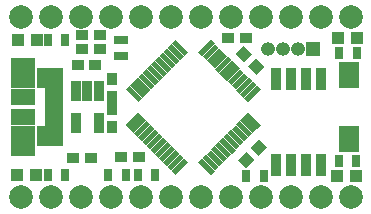
<source format=gbr>
G04 #@! TF.FileFunction,Soldermask,Top*
%FSLAX46Y46*%
G04 Gerber Fmt 4.6, Leading zero omitted, Abs format (unit mm)*
G04 Created by KiCad (PCBNEW 4.0.7) date 2017 December 25, Monday 22:32:58*
%MOMM*%
%LPD*%
G01*
G04 APERTURE LIST*
%ADD10C,0.100000*%
%ADD11R,1.200000X1.200000*%
%ADD12O,1.200000X1.200000*%
%ADD13R,1.000000X0.950000*%
%ADD14R,0.850000X1.760000*%
%ADD15R,0.950000X1.000000*%
%ADD16C,2.000000*%
%ADD17R,0.700000X1.100000*%
%ADD18R,1.580000X0.650000*%
%ADD19R,2.300000X1.675000*%
%ADD20R,2.100000X2.575000*%
%ADD21R,2.100000X1.375000*%
%ADD22R,1.800000X2.200000*%
%ADD23R,1.000000X1.000000*%
%ADD24R,1.300000X0.800000*%
%ADD25R,0.850000X1.900000*%
G04 APERTURE END LIST*
D10*
D11*
X144526000Y-99568000D03*
D12*
X143256000Y-99568000D03*
X141986000Y-99568000D03*
X140716000Y-99568000D03*
D13*
X128294000Y-108712000D03*
X129794000Y-108712000D03*
D10*
G36*
X139971678Y-107260571D02*
X140643429Y-107932322D01*
X139936322Y-108639429D01*
X139264571Y-107967678D01*
X139971678Y-107260571D01*
X139971678Y-107260571D01*
G37*
G36*
X138911018Y-108321231D02*
X139582769Y-108992982D01*
X138875662Y-109700089D01*
X138203911Y-109028338D01*
X138911018Y-108321231D01*
X138911018Y-108321231D01*
G37*
D14*
X126360000Y-103171000D03*
X125410000Y-103171000D03*
X124460000Y-103171000D03*
X124460000Y-105871000D03*
X126360000Y-105871000D03*
D15*
X127508000Y-106172000D03*
X127508000Y-104672000D03*
D16*
X119761000Y-112141000D03*
X122301000Y-112141000D03*
X124841000Y-112141000D03*
X127381000Y-112141000D03*
X129921000Y-112141000D03*
X132461000Y-112141000D03*
X135001000Y-112141000D03*
X137541000Y-112141000D03*
X140081000Y-112141000D03*
X142621000Y-112141000D03*
X145161000Y-112141000D03*
X147701000Y-112141000D03*
X147701000Y-96901000D03*
X145161000Y-96901000D03*
X142621000Y-96901000D03*
X140081000Y-96901000D03*
X137541000Y-96901000D03*
X135001000Y-96901000D03*
X132461000Y-96901000D03*
X129921000Y-96901000D03*
X127381000Y-96901000D03*
X124841000Y-96901000D03*
X122301000Y-96901000D03*
X119761000Y-96901000D03*
D13*
X137311000Y-98679000D03*
X138811000Y-98679000D03*
D10*
G36*
X137949911Y-100013662D02*
X138621662Y-99341911D01*
X139328769Y-100049018D01*
X138657018Y-100720769D01*
X137949911Y-100013662D01*
X137949911Y-100013662D01*
G37*
G36*
X139010571Y-101074322D02*
X139682322Y-100402571D01*
X140389429Y-101109678D01*
X139717678Y-101781429D01*
X139010571Y-101074322D01*
X139010571Y-101074322D01*
G37*
D13*
X124587000Y-100965000D03*
X126087000Y-100965000D03*
D17*
X123547000Y-98806000D03*
X122047000Y-98806000D03*
D13*
X124992000Y-98425000D03*
X126492000Y-98425000D03*
D15*
X127508000Y-102132000D03*
X127508000Y-103632000D03*
D13*
X125706000Y-108839000D03*
X124206000Y-108839000D03*
D17*
X127151000Y-110236000D03*
X128651000Y-110236000D03*
D18*
X122611500Y-103221000D03*
X122611500Y-103871000D03*
X122611500Y-104521000D03*
X122611500Y-105171000D03*
X122611500Y-105821000D03*
D19*
X122251500Y-102058500D03*
X122251500Y-106983500D03*
D20*
X119951500Y-101611000D03*
X119951500Y-107431000D03*
D21*
X119951500Y-103681000D03*
X119951500Y-105361000D03*
D22*
X147574000Y-101821000D03*
X147574000Y-107221000D03*
D23*
X121107000Y-98806000D03*
X119507000Y-98806000D03*
D17*
X131167000Y-110236000D03*
X129667000Y-110236000D03*
X123547000Y-110236000D03*
X122047000Y-110236000D03*
D13*
X124992000Y-99568000D03*
X126492000Y-99568000D03*
D23*
X121069000Y-110236000D03*
X119469000Y-110236000D03*
D24*
X128270000Y-98803000D03*
X128270000Y-100203000D03*
D23*
X148209000Y-98679000D03*
X146609000Y-98679000D03*
X148158000Y-110363000D03*
X146558000Y-110363000D03*
D10*
G36*
X132549849Y-99129311D02*
X132868047Y-98811113D01*
X133928707Y-99871773D01*
X133610509Y-100189971D01*
X132549849Y-99129311D01*
X132549849Y-99129311D01*
G37*
G36*
X132196296Y-99482864D02*
X132514494Y-99164666D01*
X133575154Y-100225326D01*
X133256956Y-100543524D01*
X132196296Y-99482864D01*
X132196296Y-99482864D01*
G37*
G36*
X131842742Y-99836418D02*
X132160940Y-99518220D01*
X133221600Y-100578880D01*
X132903402Y-100897078D01*
X131842742Y-99836418D01*
X131842742Y-99836418D01*
G37*
G36*
X131489189Y-100189971D02*
X131807387Y-99871773D01*
X132868047Y-100932433D01*
X132549849Y-101250631D01*
X131489189Y-100189971D01*
X131489189Y-100189971D01*
G37*
G36*
X131135636Y-100543524D02*
X131453834Y-100225326D01*
X132514494Y-101285986D01*
X132196296Y-101604184D01*
X131135636Y-100543524D01*
X131135636Y-100543524D01*
G37*
G36*
X130782082Y-100897078D02*
X131100280Y-100578880D01*
X132160940Y-101639540D01*
X131842742Y-101957738D01*
X130782082Y-100897078D01*
X130782082Y-100897078D01*
G37*
G36*
X130428529Y-101250631D02*
X130746727Y-100932433D01*
X131807387Y-101993093D01*
X131489189Y-102311291D01*
X130428529Y-101250631D01*
X130428529Y-101250631D01*
G37*
G36*
X130074975Y-101604185D02*
X130393173Y-101285987D01*
X131453833Y-102346647D01*
X131135635Y-102664845D01*
X130074975Y-101604185D01*
X130074975Y-101604185D01*
G37*
G36*
X129721422Y-101957738D02*
X130039620Y-101639540D01*
X131100280Y-102700200D01*
X130782082Y-103018398D01*
X129721422Y-101957738D01*
X129721422Y-101957738D01*
G37*
G36*
X129367869Y-102311291D02*
X129686067Y-101993093D01*
X130746727Y-103053753D01*
X130428529Y-103371951D01*
X129367869Y-102311291D01*
X129367869Y-102311291D01*
G37*
G36*
X129014315Y-102664845D02*
X129332513Y-102346647D01*
X130393173Y-103407307D01*
X130074975Y-103725505D01*
X129014315Y-102664845D01*
X129014315Y-102664845D01*
G37*
G36*
X128660762Y-103018398D02*
X128978960Y-102700200D01*
X130039620Y-103760860D01*
X129721422Y-104079058D01*
X128660762Y-103018398D01*
X128660762Y-103018398D01*
G37*
G36*
X128978960Y-106341800D02*
X128660762Y-106023602D01*
X129721422Y-104962942D01*
X130039620Y-105281140D01*
X128978960Y-106341800D01*
X128978960Y-106341800D01*
G37*
G36*
X129332513Y-106695353D02*
X129014315Y-106377155D01*
X130074975Y-105316495D01*
X130393173Y-105634693D01*
X129332513Y-106695353D01*
X129332513Y-106695353D01*
G37*
G36*
X129686067Y-107048907D02*
X129367869Y-106730709D01*
X130428529Y-105670049D01*
X130746727Y-105988247D01*
X129686067Y-107048907D01*
X129686067Y-107048907D01*
G37*
G36*
X130039620Y-107402460D02*
X129721422Y-107084262D01*
X130782082Y-106023602D01*
X131100280Y-106341800D01*
X130039620Y-107402460D01*
X130039620Y-107402460D01*
G37*
G36*
X130393173Y-107756013D02*
X130074975Y-107437815D01*
X131135635Y-106377155D01*
X131453833Y-106695353D01*
X130393173Y-107756013D01*
X130393173Y-107756013D01*
G37*
G36*
X130746727Y-108109567D02*
X130428529Y-107791369D01*
X131489189Y-106730709D01*
X131807387Y-107048907D01*
X130746727Y-108109567D01*
X130746727Y-108109567D01*
G37*
G36*
X131100280Y-108463120D02*
X130782082Y-108144922D01*
X131842742Y-107084262D01*
X132160940Y-107402460D01*
X131100280Y-108463120D01*
X131100280Y-108463120D01*
G37*
G36*
X131453834Y-108816674D02*
X131135636Y-108498476D01*
X132196296Y-107437816D01*
X132514494Y-107756014D01*
X131453834Y-108816674D01*
X131453834Y-108816674D01*
G37*
G36*
X131807387Y-109170227D02*
X131489189Y-108852029D01*
X132549849Y-107791369D01*
X132868047Y-108109567D01*
X131807387Y-109170227D01*
X131807387Y-109170227D01*
G37*
G36*
X132160940Y-109523780D02*
X131842742Y-109205582D01*
X132903402Y-108144922D01*
X133221600Y-108463120D01*
X132160940Y-109523780D01*
X132160940Y-109523780D01*
G37*
G36*
X132514494Y-109877334D02*
X132196296Y-109559136D01*
X133256956Y-108498476D01*
X133575154Y-108816674D01*
X132514494Y-109877334D01*
X132514494Y-109877334D01*
G37*
G36*
X132868047Y-110230887D02*
X132549849Y-109912689D01*
X133610509Y-108852029D01*
X133928707Y-109170227D01*
X132868047Y-110230887D01*
X132868047Y-110230887D01*
G37*
G36*
X134812591Y-109170227D02*
X135130789Y-108852029D01*
X136191449Y-109912689D01*
X135873251Y-110230887D01*
X134812591Y-109170227D01*
X134812591Y-109170227D01*
G37*
G36*
X135166144Y-108816674D02*
X135484342Y-108498476D01*
X136545002Y-109559136D01*
X136226804Y-109877334D01*
X135166144Y-108816674D01*
X135166144Y-108816674D01*
G37*
G36*
X135519698Y-108463120D02*
X135837896Y-108144922D01*
X136898556Y-109205582D01*
X136580358Y-109523780D01*
X135519698Y-108463120D01*
X135519698Y-108463120D01*
G37*
G36*
X135873251Y-108109567D02*
X136191449Y-107791369D01*
X137252109Y-108852029D01*
X136933911Y-109170227D01*
X135873251Y-108109567D01*
X135873251Y-108109567D01*
G37*
G36*
X136226804Y-107756014D02*
X136545002Y-107437816D01*
X137605662Y-108498476D01*
X137287464Y-108816674D01*
X136226804Y-107756014D01*
X136226804Y-107756014D01*
G37*
G36*
X136580358Y-107402460D02*
X136898556Y-107084262D01*
X137959216Y-108144922D01*
X137641018Y-108463120D01*
X136580358Y-107402460D01*
X136580358Y-107402460D01*
G37*
G36*
X136933911Y-107048907D02*
X137252109Y-106730709D01*
X138312769Y-107791369D01*
X137994571Y-108109567D01*
X136933911Y-107048907D01*
X136933911Y-107048907D01*
G37*
G36*
X137287465Y-106695353D02*
X137605663Y-106377155D01*
X138666323Y-107437815D01*
X138348125Y-107756013D01*
X137287465Y-106695353D01*
X137287465Y-106695353D01*
G37*
G36*
X137641018Y-106341800D02*
X137959216Y-106023602D01*
X139019876Y-107084262D01*
X138701678Y-107402460D01*
X137641018Y-106341800D01*
X137641018Y-106341800D01*
G37*
G36*
X137994571Y-105988247D02*
X138312769Y-105670049D01*
X139373429Y-106730709D01*
X139055231Y-107048907D01*
X137994571Y-105988247D01*
X137994571Y-105988247D01*
G37*
G36*
X138348125Y-105634693D02*
X138666323Y-105316495D01*
X139726983Y-106377155D01*
X139408785Y-106695353D01*
X138348125Y-105634693D01*
X138348125Y-105634693D01*
G37*
G36*
X138701678Y-105281140D02*
X139019876Y-104962942D01*
X140080536Y-106023602D01*
X139762338Y-106341800D01*
X138701678Y-105281140D01*
X138701678Y-105281140D01*
G37*
G36*
X139019876Y-104079058D02*
X138701678Y-103760860D01*
X139762338Y-102700200D01*
X140080536Y-103018398D01*
X139019876Y-104079058D01*
X139019876Y-104079058D01*
G37*
G36*
X138666323Y-103725505D02*
X138348125Y-103407307D01*
X139408785Y-102346647D01*
X139726983Y-102664845D01*
X138666323Y-103725505D01*
X138666323Y-103725505D01*
G37*
G36*
X138312769Y-103371951D02*
X137994571Y-103053753D01*
X139055231Y-101993093D01*
X139373429Y-102311291D01*
X138312769Y-103371951D01*
X138312769Y-103371951D01*
G37*
G36*
X137959216Y-103018398D02*
X137641018Y-102700200D01*
X138701678Y-101639540D01*
X139019876Y-101957738D01*
X137959216Y-103018398D01*
X137959216Y-103018398D01*
G37*
G36*
X137605663Y-102664845D02*
X137287465Y-102346647D01*
X138348125Y-101285987D01*
X138666323Y-101604185D01*
X137605663Y-102664845D01*
X137605663Y-102664845D01*
G37*
G36*
X137252109Y-102311291D02*
X136933911Y-101993093D01*
X137994571Y-100932433D01*
X138312769Y-101250631D01*
X137252109Y-102311291D01*
X137252109Y-102311291D01*
G37*
G36*
X136898556Y-101957738D02*
X136580358Y-101639540D01*
X137641018Y-100578880D01*
X137959216Y-100897078D01*
X136898556Y-101957738D01*
X136898556Y-101957738D01*
G37*
G36*
X136545002Y-101604184D02*
X136226804Y-101285986D01*
X137287464Y-100225326D01*
X137605662Y-100543524D01*
X136545002Y-101604184D01*
X136545002Y-101604184D01*
G37*
G36*
X136191449Y-101250631D02*
X135873251Y-100932433D01*
X136933911Y-99871773D01*
X137252109Y-100189971D01*
X136191449Y-101250631D01*
X136191449Y-101250631D01*
G37*
G36*
X135837896Y-100897078D02*
X135519698Y-100578880D01*
X136580358Y-99518220D01*
X136898556Y-99836418D01*
X135837896Y-100897078D01*
X135837896Y-100897078D01*
G37*
G36*
X135484342Y-100543524D02*
X135166144Y-100225326D01*
X136226804Y-99164666D01*
X136545002Y-99482864D01*
X135484342Y-100543524D01*
X135484342Y-100543524D01*
G37*
G36*
X135130789Y-100189971D02*
X134812591Y-99871773D01*
X135873251Y-98811113D01*
X136191449Y-99129311D01*
X135130789Y-100189971D01*
X135130789Y-100189971D01*
G37*
D17*
X146697000Y-99949000D03*
X148197000Y-99949000D03*
X146685000Y-109093000D03*
X148185000Y-109093000D03*
X140335000Y-110363000D03*
X138835000Y-110363000D03*
D25*
X141351000Y-109441000D03*
X142621000Y-109441000D03*
X143891000Y-109441000D03*
X145161000Y-109441000D03*
X145161000Y-102141000D03*
X143891000Y-102141000D03*
X142621000Y-102141000D03*
X141351000Y-102141000D03*
M02*

</source>
